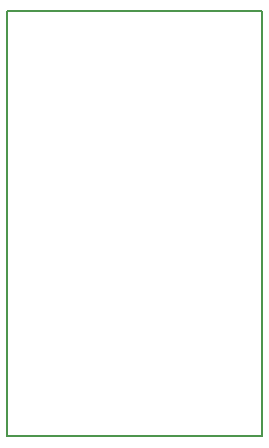
<source format=gbr>
G04 DipTrace 3.2.0.1*
G04 BoardOutline.gbr*
%MOMM*%
G04 #@! TF.FileFunction,Profile*
G04 #@! TF.Part,Single*
%ADD11C,0.14*%
%FSLAX35Y35*%
G04*
G71*
G90*
G75*
G01*
G04 BoardOutline*
%LPD*%
X1000000Y1000000D2*
D11*
X3160000D1*
Y4600000D1*
X1000000D1*
Y1000000D1*
M02*

</source>
